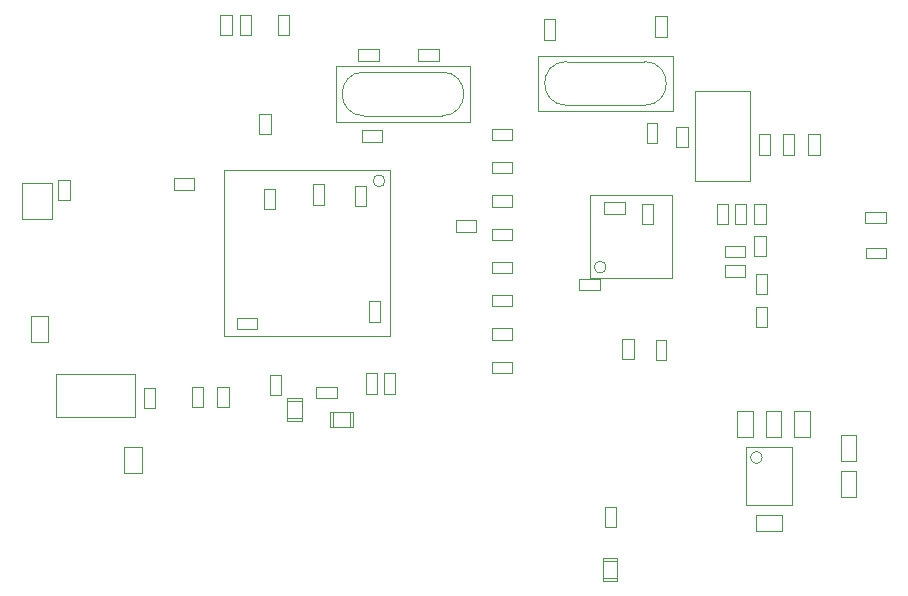
<source format=gbr>
%TF.GenerationSoftware,Altium Limited,Altium Designer,18.1.6 (161)*%
G04 Layer_Color=16711935*
%FSLAX26Y26*%
%MOIN*%
%TF.FileFunction,Other,Mechanical_13*%
%TF.Part,Single*%
G01*
G75*
%TA.AperFunction,NonConductor*%
%ADD53C,0.003937*%
%ADD71C,0.001968*%
D53*
X4112874Y2467992D02*
G03*
X4112874Y2467992I-19685J0D01*
G01*
X2854843Y3389843D02*
G03*
X2854843Y3389843I-19685J0D01*
G01*
X3592165Y3102638D02*
G03*
X3592165Y3102638I-19685J0D01*
G01*
X1986457Y2416693D02*
Y2503307D01*
X2043543Y2416693D02*
Y2503307D01*
X1986457D02*
X2043543D01*
X1986457Y2416693D02*
X2043543D01*
X3091535Y3221299D02*
X3158465D01*
X3091535Y3258701D02*
X3158465D01*
Y3221299D02*
Y3258701D01*
X3091535Y3221299D02*
Y3258701D01*
X3211535Y2749685D02*
X3278465D01*
X3211535Y2787086D02*
X3278465D01*
Y2749685D02*
Y2787086D01*
X3211535Y2749685D02*
Y2787086D01*
Y2860630D02*
X3278465D01*
X3211535Y2898031D02*
X3278465D01*
Y2860630D02*
Y2898031D01*
X3211535Y2860630D02*
Y2898031D01*
Y2971575D02*
X3278465D01*
X3211535Y3008976D02*
X3278465D01*
Y2971575D02*
Y3008976D01*
X3211535Y2971575D02*
Y3008976D01*
Y3082519D02*
X3278465D01*
X3211535Y3119921D02*
X3278465D01*
Y3082519D02*
Y3119921D01*
X3211535Y3082519D02*
Y3119921D01*
Y3193464D02*
X3278465D01*
X3211535Y3230866D02*
X3278465D01*
Y3193464D02*
Y3230866D01*
X3211535Y3193464D02*
Y3230866D01*
Y3304409D02*
X3278465D01*
X3211535Y3341811D02*
X3278465D01*
Y3304409D02*
Y3341811D01*
X3211535Y3304409D02*
Y3341811D01*
Y3526299D02*
X3278465D01*
X3211535Y3563701D02*
X3278465D01*
Y3526299D02*
Y3563701D01*
X3211535Y3526299D02*
Y3563701D01*
Y3415354D02*
X3278465D01*
X3211535Y3452756D02*
X3278465D01*
Y3415354D02*
Y3452756D01*
X3211535Y3415354D02*
Y3452756D01*
X3762717Y3516535D02*
Y3583465D01*
X3727284Y3516535D02*
Y3583465D01*
X3762717D01*
X3727284Y3516535D02*
X3762717D01*
X3826299Y3501535D02*
X3863701D01*
X3826299Y3568465D02*
X3863701D01*
X3826299Y3501535D02*
Y3568465D01*
X3863701Y3501535D02*
Y3568465D01*
X4456535Y3250000D02*
X4523465D01*
X4456535Y3285433D02*
X4523465D01*
Y3250000D02*
Y3285433D01*
X4456535Y3250000D02*
Y3285433D01*
X4457126Y3131889D02*
X4524055D01*
X4457126Y3167323D02*
X4524055D01*
Y3131889D02*
Y3167323D01*
X4457126Y3131889D02*
Y3167323D01*
X3587402Y2236535D02*
X3624803D01*
X3587402Y2303465D02*
X3624803D01*
X3587402Y2236535D02*
Y2303465D01*
X3624803Y2236535D02*
Y2303465D01*
X3629608Y2055630D02*
Y2134370D01*
X3580395Y2055630D02*
Y2134370D01*
X3629608D01*
X3580395Y2055630D02*
X3629608D01*
X3580394Y2122559D02*
X3629606D01*
X3580394Y2067441D02*
X3629606D01*
X1675000Y2938307D02*
X1732086D01*
X1675000Y2851693D02*
X1732086D01*
Y2938307D01*
X1675000Y2851693D02*
Y2938307D01*
X2777086Y3521299D02*
X2845984D01*
X2777086Y3558701D02*
X2845984D01*
X2777086Y3521299D02*
Y3558701D01*
X2845984Y3521299D02*
Y3558701D01*
X2626535Y2703701D02*
X2693465D01*
X2626535Y2666299D02*
X2693465D01*
X2626535D02*
Y2703701D01*
X2693465Y2666299D02*
Y2703701D01*
X2670630Y2619608D02*
X2749370D01*
X2670630Y2570395D02*
X2749370D01*
X2670630D02*
Y2619608D01*
X2749370Y2570395D02*
Y2619608D01*
X2682441Y2570394D02*
Y2619606D01*
X2737559Y2570394D02*
Y2619606D01*
X2578899Y2588150D02*
Y2666890D01*
X2529687Y2588150D02*
Y2666890D01*
X2578899D01*
X2529687Y2588150D02*
X2578899D01*
X2529685Y2655079D02*
X2578898D01*
X2529685Y2599961D02*
X2578898D01*
X2508701Y2675039D02*
Y2741969D01*
X2471299Y2675039D02*
Y2741969D01*
X2508701D01*
X2471299Y2675039D02*
X2508701D01*
X4091693Y2223425D02*
Y2276575D01*
X4178307Y2223425D02*
Y2276575D01*
X4091693D02*
X4178307D01*
X4091693Y2223425D02*
X4178307D01*
X4373425Y2456693D02*
X4426575D01*
X4373425Y2543307D02*
X4426575D01*
X4373425Y2456693D02*
Y2543307D01*
X4426575Y2456693D02*
Y2543307D01*
X4373425Y2336693D02*
X4426575D01*
X4373425Y2423307D02*
X4426575D01*
X4373425Y2336693D02*
Y2423307D01*
X4426575Y2336693D02*
Y2423307D01*
X4059724Y2308543D02*
X4213268D01*
X4059724Y2501457D02*
X4213268D01*
Y2308543D02*
Y2501457D01*
X4059724Y2308543D02*
Y2501457D01*
X4028425Y2623307D02*
X4081575D01*
X4028425Y2536693D02*
X4081575D01*
Y2623307D01*
X4028425Y2536693D02*
Y2623307D01*
X4123425Y2623307D02*
X4176575D01*
X4123425Y2536693D02*
X4176575D01*
Y2623307D01*
X4123425Y2536693D02*
Y2623307D01*
X4218425D02*
X4271575D01*
X4218425Y2536693D02*
X4271575D01*
Y2623307D01*
X4218425Y2536693D02*
Y2623307D01*
X3683858Y2796535D02*
Y2863465D01*
X3646457Y2796535D02*
Y2863465D01*
X3683858D01*
X3646457Y2796535D02*
X3683858D01*
X2690591Y3772520D02*
X3139409D01*
Y3587480D02*
Y3772520D01*
X2690591Y3587480D02*
Y3772520D01*
Y3587480D02*
X3139409D01*
X2965551Y3791299D02*
Y3828701D01*
X3034449Y3791299D02*
Y3828701D01*
X2965551D02*
X3034449D01*
X2965551Y3791299D02*
X3034449D01*
X2834449Y3791299D02*
Y3828701D01*
X2765551Y3791299D02*
Y3828701D01*
Y3791299D02*
X2834449D01*
X2765551Y3828701D02*
X2834449D01*
X2051299Y2631535D02*
Y2698465D01*
X2088701Y2631535D02*
Y2698465D01*
X2051299Y2631535D02*
X2088701D01*
X2051299Y2698465D02*
X2088701D01*
X2408701Y3876535D02*
Y3943465D01*
X2371299Y3876535D02*
Y3943465D01*
X2408701D01*
X2371299Y3876535D02*
X2408701D01*
X2534961D02*
Y3943465D01*
X2497559Y3876535D02*
Y3943465D01*
X2534961D01*
X2497559Y3876535D02*
X2534961D01*
X4022284Y3246535D02*
X4057717D01*
X4022284Y3313465D02*
X4057717D01*
X4022284Y3246535D02*
Y3313465D01*
X4057717Y3246535D02*
Y3313465D01*
X2753465Y3305551D02*
X2790866D01*
X2753465Y3374449D02*
X2790866D01*
Y3305551D02*
Y3374449D01*
X2753465Y3305551D02*
Y3374449D01*
X2615669Y3310551D02*
X2653071D01*
X2615669Y3379449D02*
X2653071D01*
Y3310551D02*
Y3379449D01*
X2615669Y3310551D02*
Y3379449D01*
X2801299Y2989449D02*
X2838701D01*
X2801299Y2920551D02*
X2838701D01*
X2801299D02*
Y2989449D01*
X2838701Y2920551D02*
Y2989449D01*
X2451299Y3295551D02*
X2488701D01*
X2451299Y3364449D02*
X2488701D01*
Y3295551D02*
Y3364449D01*
X2451299Y3295551D02*
Y3364449D01*
X2429449Y2894685D02*
Y2932086D01*
X2360551Y2894685D02*
Y2932086D01*
X2429449D01*
X2360551Y2894685D02*
X2429449D01*
X1758110Y2747835D02*
X2021890D01*
X1758110Y2602165D02*
X2021890D01*
Y2747835D01*
X1758110Y2602165D02*
Y2747835D01*
X3570236Y3026299D02*
Y3063701D01*
X3501338Y3026299D02*
Y3063701D01*
X3570236D01*
X3501338Y3026299D02*
X3570236D01*
X3962284Y3246535D02*
X3997717D01*
X3962284Y3313465D02*
X3997717D01*
X3962284Y3246535D02*
Y3313465D01*
X3997717Y3246535D02*
Y3313465D01*
X2296299Y2703465D02*
X2333701D01*
X2296299Y2636535D02*
X2333701D01*
Y2703465D01*
X2296299Y2636535D02*
Y2703465D01*
X2211299D02*
X2248701D01*
X2211299Y2636535D02*
X2248701D01*
Y2703465D01*
X2211299Y2636535D02*
Y2703465D01*
X4086299Y3313465D02*
X4123701D01*
X4086299Y3246535D02*
X4123701D01*
Y3313465D01*
X4086299Y3246535D02*
Y3313465D01*
X4091299Y3078465D02*
X4128701D01*
X4091299Y3011535D02*
X4128701D01*
Y3078465D01*
X4091299Y3011535D02*
Y3078465D01*
X4091299Y2901535D02*
X4128701D01*
X4091299Y2968465D02*
X4128701D01*
X4091299Y2901535D02*
Y2968465D01*
X4128701Y2901535D02*
Y2968465D01*
X4086299Y3138976D02*
X4123701D01*
X4086299Y3205905D02*
X4123701D01*
X4086299Y3138976D02*
Y3205905D01*
X4123701Y3138976D02*
Y3205905D01*
X2306299Y3876535D02*
X2343701D01*
X2306299Y3943465D02*
X2343701D01*
X2306299Y3876535D02*
Y3943465D01*
X2343701Y3876535D02*
Y3943465D01*
X2792520Y2680551D02*
Y2749449D01*
X2829921Y2680551D02*
Y2749449D01*
X2792520D02*
X2829921D01*
X2792520Y2680551D02*
X2829921D01*
X2851299D02*
Y2749449D01*
X2888701Y2680551D02*
Y2749449D01*
X2851299D02*
X2888701D01*
X2851299Y2680551D02*
X2888701D01*
X1766299Y3326535D02*
Y3393465D01*
X1803701Y3326535D02*
Y3393465D01*
X1766299Y3326535D02*
X1803701D01*
X1766299Y3393465D02*
X1803701D01*
X2319409Y3425276D02*
X2870590D01*
X2319409Y2874094D02*
X2870590D01*
Y3425276D01*
X2319409Y2874094D02*
Y3425276D01*
X3987244Y3070649D02*
Y3108051D01*
X4056142Y3070649D02*
Y3108051D01*
X3987244Y3070649D02*
X4056142D01*
X3987244Y3108051D02*
X4056142D01*
X3987244Y3135177D02*
Y3172579D01*
X4056142Y3135177D02*
Y3172579D01*
X3987244Y3135177D02*
X4056142D01*
X3987244Y3172579D02*
X4056142D01*
X3711299Y3314449D02*
X3748701D01*
X3711299Y3245551D02*
X3748701D01*
X3711299D02*
Y3314449D01*
X3748701Y3245551D02*
Y3314449D01*
X3585551Y3281299D02*
Y3318701D01*
X3654449Y3281299D02*
Y3318701D01*
X3585551Y3281299D02*
X3654449D01*
X3585551Y3318701D02*
X3654449D01*
X4266299Y3545433D02*
X4303701D01*
X4266299Y3476535D02*
X4303701D01*
X4266299D02*
Y3545433D01*
X4303701Y3476535D02*
Y3545433D01*
X3889449Y3390394D02*
X4070551D01*
X3889449Y3689606D02*
X4070551D01*
Y3390394D02*
Y3689606D01*
X3889449Y3390394D02*
Y3689606D01*
X4101299Y3545433D02*
X4138701D01*
X4101299Y3476535D02*
X4138701D01*
X4101299D02*
Y3545433D01*
X4138701Y3476535D02*
Y3545433D01*
X4181299D02*
X4218701D01*
X4181299Y3476535D02*
X4218701D01*
X4181299D02*
Y3545433D01*
X4218701Y3476535D02*
Y3545433D01*
X2436299Y3614449D02*
X2473701D01*
X2436299Y3545551D02*
X2473701D01*
Y3614449D01*
X2436299Y3545551D02*
Y3614449D01*
X2150551Y3361299D02*
Y3398701D01*
X2219449Y3361299D02*
Y3398701D01*
X2150551D02*
X2219449D01*
X2150551Y3361299D02*
X2219449D01*
X1645787Y3382165D02*
X1744213D01*
X1645787Y3264055D02*
X1744213D01*
X1645787D02*
Y3382165D01*
X1744213Y3264055D02*
Y3382165D01*
X3812638Y3067205D02*
Y3342795D01*
X3537047Y3067205D02*
Y3342795D01*
X3812638D01*
X3537047Y3067205D02*
X3812638D01*
X3757283Y2858465D02*
X3792716D01*
X3757283Y2791535D02*
X3792716D01*
Y2858465D01*
X3757283Y2791535D02*
Y2858465D01*
X3365591Y3622480D02*
X3814409D01*
X3365591D02*
Y3807520D01*
X3814409Y3622480D02*
Y3807520D01*
X3365591D02*
X3814409D01*
X3384291Y3929449D02*
X3421693D01*
X3384291Y3860551D02*
X3421693D01*
Y3929449D01*
X3384291Y3860551D02*
Y3929449D01*
X3756299Y3939449D02*
X3793701D01*
X3756299Y3870551D02*
X3793701D01*
Y3939449D01*
X3756299Y3870551D02*
Y3939449D01*
D71*
X3044921Y3607165D02*
G03*
X3044921Y3752835I0J72835D01*
G01*
X2785079D02*
G03*
X2785079Y3607165I0J-72835D01*
G01*
X3460079Y3787835D02*
G03*
X3460079Y3642165I0J-72835D01*
G01*
X3719921D02*
G03*
X3719921Y3787835I0J72835D01*
G01*
X2785079Y3607165D02*
X3044921D01*
X2785079Y3752835D02*
X3044921D01*
X3460079Y3787835D02*
X3719921D01*
X3460079Y3642165D02*
X3719921D01*
%TF.MD5,f5971b987d0236d171fd7e6f5b1c6bbc*%
M02*

</source>
